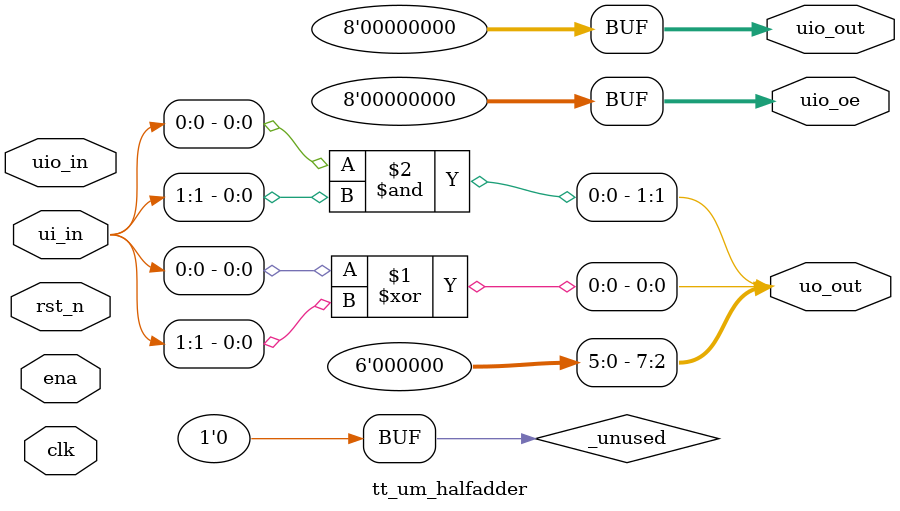
<source format=v>
/*
 * Copyright (c) 2024 Your Name
 * SPDX-License-Identifier: Apache-2.0
 */

`default_nettype none

module tt_um_halfadder (
    input  wire [7:0] ui_in,    // Dedicated inputs
    output wire [7:0] uo_out,   // Dedicated outputs
    input  wire [7:0] uio_in,   // IOs: Input path
    output wire [7:0] uio_out,  // IOs: Output path
    output wire [7:0] uio_oe,   // IOs: Enable path (active high: 0=input, 1=output)
    input  wire       ena,      // always 1 when the design is powered, so you can ignore it
    input  wire       clk,      // clock
    input  wire       rst_n     // reset_n - low to reset
);

  // All output pins must be assigned. If not used, assign to 0.
  //assign uo_out  = ui_in + uio_in;  // Example: ou_out is the sum of ui_in and uio_in
    assign uo_out[0]=ui_in[0]^ui_in[1];
    assign uo_out[1]=ui_in[0]&ui_in[1];
    assign uio_out = 0;
    assign uio_oe  = 0;
    assign uo_out[7:2]=6'b0;

  // List all unused inputs to prevent warnings
  wire _unused = &{ena, clk, rst_n, 1'b0};

endmodule

</source>
